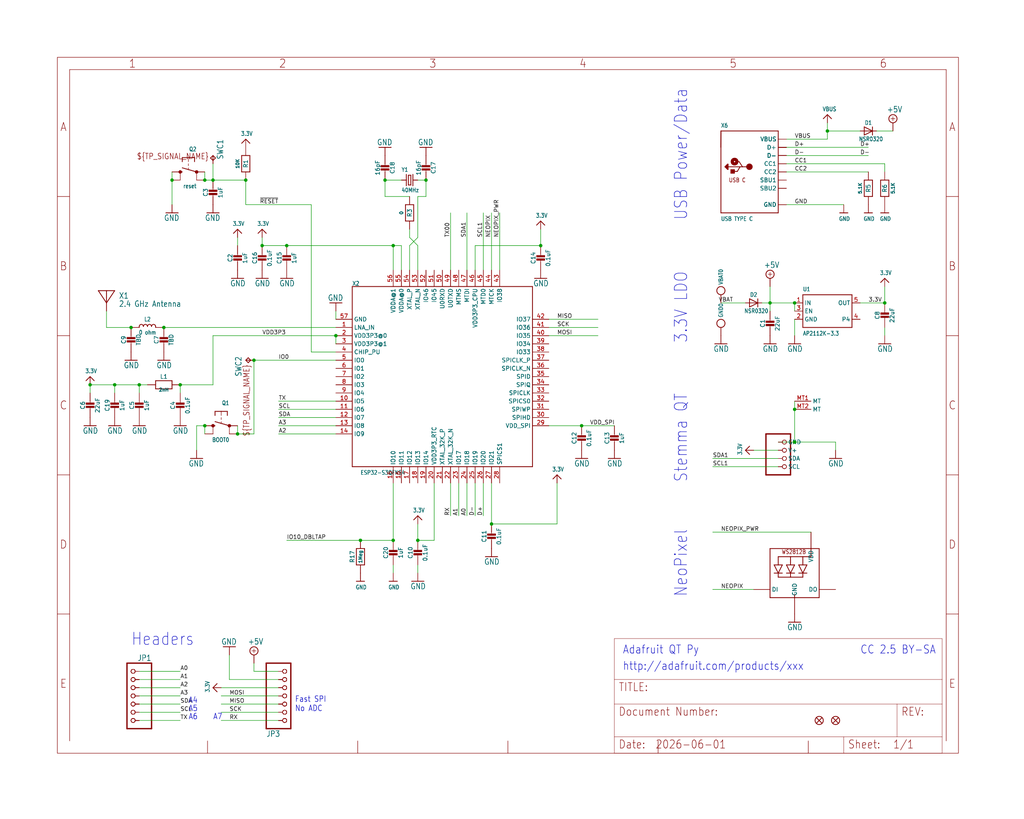
<source format=kicad_sch>
(kicad_sch (version 20230121) (generator eeschema)
  (paper "User" 317.5 254.127)
  (lib_symbols
    (symbol "working-eagle-import:+5V" (power)
      (property "Value" "+5V" (at -1.905 3.175 0))
      (symbol "+5V_1_0"
        (pin power_in line (at 0 -2.54 90) (length 2.54) (name "+5V") (number "1"))
      )
    )
    (symbol "working-eagle-import:3.3V" (power)
      (property "Value" "3.3V" (at -1.524 1.016 0))
      (symbol "3.3V_1_0"
        (pin power_in line (at 0 -2.54 90) (length 2.54) (name "3.3V") (number "1"))
      )
    )
    (symbol "working-eagle-import:ANTENNA_JOHANSON_2450AT18B100"
      (property "Reference" "X" (at 3.81 1.27 0))
      (symbol "ANTENNA_JOHANSON_2450AT18B100_1_0"
        (pin passive line (at 0 -2.54 90) (length 2.54) (name "P$1") (number "FP"))
      )
    )
    (symbol "working-eagle-import:CAP_CERAMIC0805-NOOUTLINE"
      (property "Reference" "C" (at -2.29 1.25 90))
      (symbol "CAP_CERAMIC0805-NOOUTLINE_1_0"
        (pin passive line (at 0 5.08 270) (length 2.54) (name "1") (number "1"))
        (pin passive line (at 0 -2.54 90) (length 2.54) (name "2") (number "2"))
      )
    )
    (symbol "working-eagle-import:CAP_CERAMIC_0402NO"
      (property "Reference" "C" (at -2.29 1.25 90))
      (symbol "CAP_CERAMIC_0402NO_1_0"
        (pin passive line (at 0 5.08 270) (length 2.54) (name "1") (number "1"))
        (pin passive line (at 0 -2.54 90) (length 2.54) (name "2") (number "2"))
      )
    )
    (symbol "working-eagle-import:CRYSTAL_2X1.6MM"
      (property "Reference" "Y" (at -2.54 2.54 0))
      (symbol "CRYSTAL_2X1.6MM_1_0"
        (pin passive line (at -2.54 0 0) (length 0) (name "1") (number "1"))
        (pin passive line (at 2.54 0 180) (length 0) (name "2") (number "3"))
      )
    )
    (symbol "working-eagle-import:DIODE_SOD323MINI"
      (property "Reference" "D" (at 0 2.54 0))
      (symbol "DIODE_SOD323MINI_1_0"
        (pin passive line (at -2.54 0 0) (length 2.54) (name "A") (number "A"))
        (pin passive line (at 2.54 0 180) (length 2.54) (name "C") (number "C"))
      )
    )
    (symbol "working-eagle-import:ESP32-S3QFN54"
      (property "Reference" "X" (at -27.94 28.194 0))
      (symbol "ESP32-S3QFN54_1_0"
        (pin bidirectional line (at -33.02 15.24 0) (length 5.08) (name "LNA_IN") (number "1"))
        (pin bidirectional line (at -33.02 -7.62 0) (length 5.08) (name "IO5") (number "10"))
        (pin bidirectional line (at -33.02 -10.16 0) (length 5.08) (name "IO6") (number "11"))
        (pin bidirectional line (at -33.02 -12.7 0) (length 5.08) (name "IO7") (number "12"))
        (pin bidirectional line (at -33.02 -15.24 0) (length 5.08) (name "IO8") (number "13"))
        (pin bidirectional line (at -33.02 -17.78 0) (length 5.08) (name "IO9") (number "14"))
        (pin bidirectional line (at -15.24 -33.02 90) (length 5.08) (name "IO10") (number "15"))
        (pin bidirectional line (at -12.7 -33.02 90) (length 5.08) (name "IO11") (number "16"))
        (pin bidirectional line (at -10.16 -33.02 90) (length 5.08) (name "IO12") (number "17"))
        (pin bidirectional line (at -7.62 -33.02 90) (length 5.08) (name "IO13") (number "18"))
        (pin bidirectional line (at -5.08 -33.02 90) (length 5.08) (name "IO14") (number "19"))
        (pin power_in line (at -33.02 12.7 0) (length 5.08) (name "VDD3P3@0") (number "2"))
        (pin power_in line (at -2.54 -33.02 90) (length 5.08) (name "VDD3P3_RTC") (number "20"))
        (pin bidirectional line (at 0 -33.02 90) (length 5.08) (name "XTAL_32K_P") (number "21"))
        (pin bidirectional line (at 2.54 -33.02 90) (length 5.08) (name "XTAL_32K_N") (number "22"))
        (pin bidirectional line (at 5.08 -33.02 90) (length 5.08) (name "IO17") (number "23"))
        (pin bidirectional line (at 7.62 -33.02 90) (length 5.08) (name "IO18") (number "24"))
        (pin bidirectional line (at 10.16 -33.02 90) (length 5.08) (name "IO19") (number "25"))
        (pin bidirectional line (at 12.7 -33.02 90) (length 5.08) (name "IO20") (number "26"))
        (pin bidirectional line (at 15.24 -33.02 90) (length 5.08) (name "IO21") (number "27"))
        (pin bidirectional line (at 17.78 -33.02 90) (length 5.08) (name "SPICS1") (number "28"))
        (pin power_in line (at 33.02 -15.24 180) (length 5.08) (name "VDD_SPI") (number "29"))
        (pin power_in line (at -33.02 10.16 0) (length 5.08) (name "VDD3P3@1") (number "3"))
        (pin bidirectional line (at 33.02 -12.7 180) (length 5.08) (name "SPIHD") (number "30"))
        (pin bidirectional line (at 33.02 -10.16 180) (length 5.08) (name "SPIWP") (number "31"))
        (pin bidirectional line (at 33.02 -7.62 180) (length 5.08) (name "SPICS0") (number "32"))
        (pin bidirectional line (at 33.02 -5.08 180) (length 5.08) (name "SPICLK") (number "33"))
        (pin bidirectional line (at 33.02 -2.54 180) (length 5.08) (name "SPIQ") (number "34"))
        (pin bidirectional line (at 33.02 0 180) (length 5.08) (name "SPID") (number "35"))
        (pin bidirectional line (at 33.02 2.54 180) (length 5.08) (name "SPICLK_N") (number "36"))
        (pin bidirectional line (at 33.02 5.08 180) (length 5.08) (name "SPICLK_P") (number "37"))
        (pin bidirectional line (at 33.02 7.62 180) (length 5.08) (name "IO33") (number "38"))
        (pin bidirectional line (at 33.02 10.16 180) (length 5.08) (name "IO34") (number "39"))
        (pin input line (at -33.02 7.62 0) (length 5.08) (name "CHIP_PU") (number "4"))
        (pin bidirectional line (at 33.02 12.7 180) (length 5.08) (name "IO35") (number "40"))
        (pin bidirectional line (at 33.02 15.24 180) (length 5.08) (name "IO36") (number "41"))
        (pin bidirectional line (at 33.02 17.78 180) (length 5.08) (name "IO37") (number "42"))
        (pin bidirectional line (at 17.78 33.02 270) (length 5.08) (name "IO38") (number "43"))
        (pin bidirectional line (at 15.24 33.02 270) (length 5.08) (name "MTCK") (number "44"))
        (pin bidirectional line (at 12.7 33.02 270) (length 5.08) (name "MTD0") (number "45"))
        (pin power_in line (at 10.16 33.02 270) (length 5.08) (name "VDD3P3_CPU") (number "46"))
        (pin bidirectional line (at 7.62 33.02 270) (length 5.08) (name "MTDI") (number "47"))
        (pin bidirectional line (at 5.08 33.02 270) (length 5.08) (name "MTMS") (number "48"))
        (pin bidirectional line (at 2.54 33.02 270) (length 5.08) (name "U0TXD") (number "49"))
        (pin bidirectional line (at -33.02 5.08 0) (length 5.08) (name "IO0") (number "5"))
        (pin bidirectional line (at 0 33.02 270) (length 5.08) (name "U0RXD") (number "50"))
        (pin bidirectional line (at -2.54 33.02 270) (length 5.08) (name "IO45") (number "51"))
        (pin input line (at -5.08 33.02 270) (length 5.08) (name "IO46") (number "52"))
        (pin bidirectional line (at -7.62 33.02 270) (length 5.08) (name "XTAL_N") (number "53"))
        (pin bidirectional line (at -10.16 33.02 270) (length 5.08) (name "XTAL_P") (number "54"))
        (pin power_in line (at -12.7 33.02 270) (length 5.08) (name "VDDA@0") (number "55"))
        (pin power_in line (at -15.24 33.02 270) (length 5.08) (name "VDDA@1") (number "56"))
        (pin power_in line (at -33.02 17.78 0) (length 5.08) (name "GND") (number "57"))
        (pin bidirectional line (at -33.02 2.54 0) (length 5.08) (name "IO1") (number "6"))
        (pin bidirectional line (at -33.02 0 0) (length 5.08) (name "IO2") (number "7"))
        (pin bidirectional line (at -33.02 -2.54 0) (length 5.08) (name "IO3") (number "8"))
        (pin bidirectional line (at -33.02 -5.08 0) (length 5.08) (name "IO4") (number "9"))
      )
    )
    (symbol "working-eagle-import:FIDUCIAL_1MM")
    (symbol "working-eagle-import:FRAME_A_L"
      (symbol "FRAME_A_L_1_0"
        (text "1" (at 23.2833 213.995 0) (effects (font (size 2.54 2.286))))
        (text "2" (at 69.85 213.995 0) (effects (font (size 2.54 2.286))))
        (text "3" (at 116.4167 213.995 0) (effects (font (size 2.54 2.286))))
        (text "4" (at 162.9833 213.995 0) (effects (font (size 2.54 2.286))))
        (text "5" (at 209.55 213.995 0) (effects (font (size 2.54 2.286))))
        (text "6" (at 256.1167 213.995 0) (effects (font (size 2.54 2.286))))
        (text "A" (at 1.905 194.31 0) (effects (font (size 2.54 2.286))))
        (text "A" (at 277.495 194.31 0) (effects (font (size 2.54 2.286))))
        (text "B" (at 1.905 151.13 0) (effects (font (size 2.54 2.286))))
        (text "B" (at 277.495 151.13 0) (effects (font (size 2.54 2.286))))
        (text "C" (at 1.905 107.95 0) (effects (font (size 2.54 2.286))))
        (text "C" (at 277.495 107.95 0) (effects (font (size 2.54 2.286))))
        (text "D" (at 1.905 64.77 0) (effects (font (size 2.54 2.286))))
        (text "D" (at 277.495 64.77 0) (effects (font (size 2.54 2.286))))
        (text "E" (at 1.905 21.59 0) (effects (font (size 2.54 2.286))))
        (text "E" (at 277.495 21.59 0) (effects (font (size 2.54 2.286))))
      )
      (symbol "FRAME_A_L_2_0"
        (text "${#}/${##}" (at 86.36 1.27 0) (effects (font (size 2.54 2.159)) (justify left bottom)))
        (text "${CURRENT_DATE}" (at 12.7 1.27 0) (effects (font (size 2.54 2.159)) (justify left bottom)))
        (text "${PROJECTNAME}" (at 17.78 19.05 0) (effects (font (size 2.54 2.159)) (justify left bottom)))
        (text "Date:" (at 1.27 1.27 0) (effects (font (size 2.54 2.159)) (justify left bottom)))
        (text "Document Number:" (at 1.27 11.43 0) (effects (font (size 2.54 2.159)) (justify left bottom)))
        (text "REV:" (at 88.9 11.43 0) (effects (font (size 2.54 2.159)) (justify left bottom)))
        (text "Sheet:" (at 72.39 1.27 0) (effects (font (size 2.54 2.159)) (justify left bottom)))
        (text "TITLE:" (at 1.27 19.05 0) (effects (font (size 2.54 2.159)) (justify left bottom)))
      )
    )
    (symbol "working-eagle-import:GND" (power)
      (property "Value" "GND" (at -2.54 -2.54 0))
      (symbol "GND_1_0"
        (pin power_in line (at 0 2.54 270) (length 2.54) (name "GND") (number "1"))
      )
    )
    (symbol "working-eagle-import:HEADER-1X7_CASTEL"
      (property "Reference" "JP" (at -6.35 10.795 0))
      (symbol "HEADER-1X7_CASTEL_1_0"
        (pin passive inverted (at -2.54 7.62 0) (length 2.54) (name "1") (number "1"))
        (pin passive inverted (at -2.54 7.62 0) (length 2.54) (name "1") (number "1C"))
        (pin passive inverted (at -2.54 5.08 0) (length 2.54) (name "2") (number "2"))
        (pin passive inverted (at -2.54 5.08 0) (length 2.54) (name "2") (number "2C"))
        (pin passive inverted (at -2.54 2.54 0) (length 2.54) (name "3") (number "3"))
        (pin passive inverted (at -2.54 2.54 0) (length 2.54) (name "3") (number "3C"))
        (pin passive inverted (at -2.54 0 0) (length 2.54) (name "4") (number "4"))
        (pin passive inverted (at -2.54 0 0) (length 2.54) (name "4") (number "4C"))
        (pin passive inverted (at -2.54 -2.54 0) (length 2.54) (name "5") (number "5"))
        (pin passive inverted (at -2.54 -2.54 0) (length 2.54) (name "5") (number "5C"))
        (pin passive inverted (at -2.54 -5.08 0) (length 2.54) (name "6") (number "6"))
        (pin passive inverted (at -2.54 -5.08 0) (length 2.54) (name "6") (number "6C"))
        (pin passive inverted (at -2.54 -7.62 0) (length 2.54) (name "7") (number "7"))
        (pin passive inverted (at -2.54 -7.62 0) (length 2.54) (name "7") (number "7C"))
      )
    )
    (symbol "working-eagle-import:INDUCTOR_0402"
      (property "Reference" "L" (at 0 2.54 0))
      (symbol "INDUCTOR_0402_1_0"
        (pin passive line (at -5.08 0 0) (length 2.54) (name "1") (number "1"))
        (pin passive line (at 5.08 0 180) (length 2.54) (name "2") (number "2"))
      )
    )
    (symbol "working-eagle-import:RESISTOR_0402NO"
      (property "Reference" "R" (at 0 2.54 0))
      (symbol "RESISTOR_0402NO_1_0"
        (pin passive line (at -5.08 0 0) (length 2.54) (name "1") (number "1"))
        (pin passive line (at 5.08 0 180) (length 2.54) (name "2") (number "2"))
      )
    )
    (symbol "working-eagle-import:STEMMA_I2C_QTSKINNY"
      (symbol "STEMMA_I2C_QTSKINNY_1_0"
        (pin passive inverted (at 0 5.08 0) (length 2.54) (name "GND") (number "1"))
        (pin passive inverted (at 0 2.54 0) (length 2.54) (name "V+") (number "2"))
        (pin passive inverted (at 0 0 0) (length 2.54) (name "SDA") (number "3"))
        (pin passive inverted (at 0 -2.54 0) (length 2.54) (name "SCL") (number "4"))
      )
      (symbol "STEMMA_I2C_QTSKINNY_2_0"
        (pin bidirectional line (at 0 0 0) (length 5.08) (name "MT") (number "MT1"))
      )
      (symbol "STEMMA_I2C_QTSKINNY_3_0"
        (pin bidirectional line (at 0 0 0) (length 5.08) (name "MT") (number "MT2"))
      )
    )
    (symbol "working-eagle-import:SWITCH_TACT_SMT4.6X2.8"
      (property "Reference" "SW" (at -2.54 6.35 0))
      (symbol "SWITCH_TACT_SMT4.6X2.8_1_0"
        (pin passive line (at -5.08 0 0) (length 2.54) (name "P") (number "A"))
        (pin passive line (at -5.08 -2.54 0) (length 2.54) (name "P1") (number "A'"))
        (pin passive line (at 5.08 0 180) (length 2.54) (name "S") (number "B"))
        (pin passive line (at 5.08 -2.54 180) (length 2.54) (name "S1") (number "B'"))
      )
    )
    (symbol "working-eagle-import:TESTPOINT_MINUS"
      (property "Reference" "TP" (at 0 5.588 90))
      (symbol "TESTPOINT_MINUS_1_0"
        (pin bidirectional line (at 0 0 90) (length 2.54) (name "P$1") (number "P$1"))
      )
    )
    (symbol "working-eagle-import:TESTPOINT_PLUS13"
      (property "Reference" "TP" (at 0 5.588 90))
      (symbol "TESTPOINT_PLUS13_1_0"
        (pin bidirectional line (at 0 0 90) (length 2.54) (name "P$1") (number "P$1"))
      )
    )
    (symbol "working-eagle-import:TPB1,27"
      (property "Reference" "TP" (at -1.27 1.27 0))
      (symbol "TPB1,27_1_0"
        (text "${TP_SIGNAL_NAME}" (at 1.27 -1.27 0) (effects (font (size 1.778 1.5113)) (justify left bottom)))
        (pin input line (at 0 -2.54 90) (length 2.54) (name "TP") (number "TP"))
      )
    )
    (symbol "working-eagle-import:USB_C"
      (property "Reference" "X" (at -10.16 13.716 0))
      (symbol "USB_C_1_0"
        (text "USB C" (at -5.08 -2.54 0) (effects (font (size 1.27 1.0795))))
        (pin power_in line (at 10.16 -10.16 180) (length 2.54) (name "GND") (number "A1B12"))
        (pin power_in line (at 10.16 10.16 180) (length 2.54) (name "VBUS") (number "A4B9"))
        (pin bidirectional line (at 10.16 2.54 180) (length 2.54) (name "CC1") (number "A5"))
        (pin bidirectional line (at 10.16 7.62 180) (length 2.54) (name "D+") (number "A6"))
        (pin bidirectional line (at 10.16 5.08 180) (length 2.54) (name "D-") (number "A7"))
        (pin bidirectional line (at 10.16 -2.54 180) (length 2.54) (name "SBU1") (number "A8"))
        (pin power_in line (at 10.16 -10.16 180) (length 2.54) (name "GND") (number "B1A12"))
        (pin power_in line (at 10.16 10.16 180) (length 2.54) (name "VBUS") (number "B4A9"))
        (pin bidirectional line (at 10.16 0 180) (length 2.54) (name "CC2") (number "B5"))
        (pin bidirectional line (at 10.16 7.62 180) (length 2.54) (name "D+") (number "B6"))
        (pin bidirectional line (at 10.16 5.08 180) (length 2.54) (name "D-") (number "B7"))
        (pin bidirectional line (at 10.16 -5.08 180) (length 2.54) (name "SBU2") (number "B8"))
      )
    )
    (symbol "working-eagle-import:VBUS" (power)
      (property "Value" "VBUS" (at -1.524 1.016 0))
      (symbol "VBUS_1_0"
        (pin power_in line (at 0 -2.54 90) (length 2.54) (name "VBUS") (number "1"))
      )
    )
    (symbol "working-eagle-import:VREG_SOT23-5"
      (property "Reference" "U" (at -7.62 6.096 0))
      (symbol "VREG_SOT23-5_1_0"
        (pin power_in line (at -10.16 2.54 0) (length 2.54) (name "IN") (number "1"))
        (pin power_in line (at -10.16 -2.54 0) (length 2.54) (name "GND") (number "2"))
        (pin input line (at -10.16 0 0) (length 2.54) (name "EN") (number "3"))
        (pin bidirectional line (at 10.16 -2.54 180) (length 2.54) (name "P4") (number "4"))
        (pin power_in line (at 10.16 2.54 180) (length 2.54) (name "OUT") (number "5"))
      )
    )
    (symbol "working-eagle-import:WS2812B_SK6805_1515"
      (symbol "WS2812B_SK6805_1515_1_0"
        (text "WS2812B" (at -4.064 8.382 0) (effects (font (size 1.27 1.0795)) (justify left bottom)))
        (pin input line (at -12.7 -2.54 0) (length 5.08) (name "DI") (number "1"))
        (pin power_in line (at 5.08 15.24 270) (length 5.08) (name "VDD") (number "2"))
        (pin output line (at 12.7 -2.54 180) (length 5.08) (name "DO") (number "3"))
        (pin power_in line (at 0 -10.16 90) (length 5.08) (name "GND") (number "4"))
      )
    )
    (symbol "working-eagle-import:microbuilder_GND" (power)
      (property "Value" "microbuilder_GND" (at -1.524 -2.54 0))
      (symbol "microbuilder_GND_1_0"
        (pin power_in line (at 0 2.54 270) (length 2.54) (name "GND") (number "1"))
      )
    )
  )
  (junction (at 66.04 55.88))
  (junction (at 104.14 104.14))
  (junction (at 119.38 55.88))
  (junction (at 27.94 119.38))
  (junction (at 53.34 55.88))
  (junction (at 167.64 76.2))
  (junction (at 121.92 76.2))
  (junction (at 35.56 119.38))
  (junction (at 246.38 137.16))
  (junction (at 63.5 55.88))
  (junction (at 256.54 40.64))
  (junction (at 274.32 93.98))
  (junction (at 132.08 55.88))
  (junction (at 152.4 162.56))
  (junction (at 78.74 111.76))
  (junction (at 40.64 101.6))
  (junction (at 129.54 167.64))
  (junction (at 50.8 101.6))
  (junction (at 246.38 127))
  (junction (at 81.28 76.2))
  (junction (at 180.34 132.08))
  (junction (at 63.5 132.08))
  (junction (at 111.76 167.64))
  (junction (at 43.18 119.38))
  (junction (at 121.92 167.64))
  (junction (at 246.38 93.98))
  (junction (at 88.9 76.2))
  (junction (at 76.2 55.88))
  (junction (at 73.66 134.62))
  (junction (at 238.76 93.98))
  (junction (at 55.88 119.38))
  (wire (pts (xy 55.88 119.38) (xy 55.88 121.92)) (stroke (width 0.1524)))
  (wire (pts (xy 66.04 119.38) (xy 55.88 119.38)) (stroke (width 0.1524)))
  (wire (pts (xy 256.54 40.64) (xy 266.7 40.64)) (stroke (width 0.1524)))
  (wire (pts (xy 121.92 83.82) (xy 121.92 76.2)) (stroke (width 0.1524)))
  (wire (pts (xy 170.18 104.14) (xy 185.42 104.14)) (stroke (width 0.1524)))
  (wire (pts (xy 86.36 129.54) (xy 104.14 129.54)) (stroke (width 0.1524)))
  (wire (pts (xy 274.32 104.14) (xy 274.32 101.6)) (stroke (width 0.1524)))
  (wire (pts (xy 60.96 139.7) (xy 60.96 132.08)) (stroke (width 0.1524)))
  (wire (pts (xy 66.04 104.14) (xy 66.04 119.38)) (stroke (width 0.1524)))
  (wire (pts (xy 238.76 96.52) (xy 238.76 93.98)) (stroke (width 0.1524)))
  (wire (pts (xy 152.4 149.86) (xy 152.4 162.56)) (stroke (width 0.1524)))
  (wire (pts (xy 246.38 127) (xy 246.38 137.16)) (stroke (width 0.1524)))
  (wire (pts (xy 53.34 53.34) (xy 53.34 55.88)) (stroke (width 0.1524)))
  (wire (pts (xy 66.04 104.14) (xy 104.14 104.14)) (stroke (width 0.1524)))
  (wire (pts (xy 35.56 121.92) (xy 35.56 119.38)) (stroke (width 0.1524)))
  (wire (pts (xy 241.3 139.7) (xy 233.68 139.7)) (stroke (width 0.1524)))
  (wire (pts (xy 144.78 160.02) (xy 144.78 149.86)) (stroke (width 0.1524)))
  (wire (pts (xy 246.38 99.06) (xy 246.38 104.14)) (stroke (width 0.1524)))
  (wire (pts (xy 66.04 55.88) (xy 76.2 55.88)) (stroke (width 0.1524)))
  (wire (pts (xy 63.5 55.88) (xy 66.04 55.88)) (stroke (width 0.1524)))
  (wire (pts (xy 53.34 63.5) (xy 53.34 55.88)) (stroke (width 0.1524)))
  (wire (pts (xy 96.52 109.22) (xy 96.52 63.5)) (stroke (width 0.1524)))
  (wire (pts (xy 86.36 132.08) (xy 104.14 132.08)) (stroke (width 0.1524)))
  (wire (pts (xy 33.02 101.6) (xy 33.02 96.52)) (stroke (width 0.1524)))
  (wire (pts (xy 76.2 63.5) (xy 96.52 63.5)) (stroke (width 0.1524)))
  (wire (pts (xy 43.18 210.82) (xy 55.88 210.82)) (stroke (width 0.1524)))
  (wire (pts (xy 241.3 137.16) (xy 246.38 137.16)) (stroke (width 0.1524)))
  (wire (pts (xy 256.54 40.64) (xy 256.54 43.18)) (stroke (width 0.1524)))
  (wire (pts (xy 129.54 76.2) (xy 129.54 83.82)) (stroke (width 0.1524)))
  (wire (pts (xy 256.54 38.1) (xy 256.54 40.64)) (stroke (width 0.1524)))
  (wire (pts (xy 27.94 121.92) (xy 27.94 119.38)) (stroke (width 0.1524)))
  (wire (pts (xy 88.9 76.2) (xy 121.92 76.2)) (stroke (width 0.1524)))
  (wire (pts (xy 129.54 60.96) (xy 129.54 73.66)) (stroke (width 0.1524)))
  (wire (pts (xy 152.4 162.56) (xy 172.72 162.56)) (stroke (width 0.1524)))
  (wire (pts (xy 76.2 55.88) (xy 76.2 63.5)) (stroke (width 0.1524)))
  (wire (pts (xy 63.5 55.88) (xy 63.5 53.34)) (stroke (width 0.1524)))
  (wire (pts (xy 111.76 167.64) (xy 88.9 167.64)) (stroke (width 0.1524)))
  (wire (pts (xy 134.62 167.64) (xy 134.62 149.86)) (stroke (width 0.1524)))
  (wire (pts (xy 81.28 76.2) (xy 88.9 76.2)) (stroke (width 0.1524)))
  (wire (pts (xy 66.04 50.8) (xy 66.04 55.88)) (stroke (width 0.1524)))
  (wire (pts (xy 86.36 220.98) (xy 68.58 220.98)) (stroke (width 0.1524)))
  (wire (pts (xy 35.56 119.38) (xy 27.94 119.38)) (stroke (width 0.1524)))
  (wire (pts (xy 127 60.96) (xy 119.38 60.96)) (stroke (width 0.1524)))
  (wire (pts (xy 86.36 213.36) (xy 68.58 213.36)) (stroke (width 0.1524)))
  (wire (pts (xy 144.78 83.82) (xy 144.78 66.04)) (stroke (width 0.1524)))
  (wire (pts (xy 55.88 218.44) (xy 43.18 218.44)) (stroke (width 0.1524)))
  (wire (pts (xy 45.72 119.38) (xy 43.18 119.38)) (stroke (width 0.1524)))
  (wire (pts (xy 223.52 93.98) (xy 231.14 93.98)) (stroke (width 0.1524)))
  (wire (pts (xy 78.74 134.62) (xy 78.74 111.76)) (stroke (width 0.1524)))
  (wire (pts (xy 274.32 88.9) (xy 274.32 93.98)) (stroke (width 0.1524)))
  (wire (pts (xy 86.36 210.82) (xy 71.12 210.82)) (stroke (width 0.1524)))
  (wire (pts (xy 139.7 149.86) (xy 139.7 160.02)) (stroke (width 0.1524)))
  (wire (pts (xy 86.36 134.62) (xy 104.14 134.62)) (stroke (width 0.1524)))
  (wire (pts (xy 243.84 45.72) (xy 269.24 45.72)) (stroke (width 0.1524)))
  (wire (pts (xy 241.3 144.78) (xy 220.98 144.78)) (stroke (width 0.1524)))
  (wire (pts (xy 147.32 76.2) (xy 167.64 76.2)) (stroke (width 0.1524)))
  (wire (pts (xy 233.68 182.88) (xy 220.98 182.88)) (stroke (width 0.1524)))
  (wire (pts (xy 124.46 55.88) (xy 119.38 55.88)) (stroke (width 0.1524)))
  (wire (pts (xy 50.8 101.6) (xy 104.14 101.6)) (stroke (width 0.1524)))
  (wire (pts (xy 261.62 63.5) (xy 243.84 63.5)) (stroke (width 0.1524)))
  (wire (pts (xy 127 73.66) (xy 129.54 76.2)) (stroke (width 0.1524)))
  (wire (pts (xy 121.92 149.86) (xy 121.92 167.64)) (stroke (width 0.1524)))
  (wire (pts (xy 55.88 213.36) (xy 43.18 213.36)) (stroke (width 0.1524)))
  (wire (pts (xy 55.88 208.28) (xy 43.18 208.28)) (stroke (width 0.1524)))
  (wire (pts (xy 111.76 167.64) (xy 121.92 167.64)) (stroke (width 0.1524)))
  (wire (pts (xy 129.54 73.66) (xy 127 76.2)) (stroke (width 0.1524)))
  (wire (pts (xy 104.14 109.22) (xy 96.52 109.22)) (stroke (width 0.1524)))
  (wire (pts (xy 121.92 76.2) (xy 124.46 76.2)) (stroke (width 0.1524)))
  (wire (pts (xy 127 71.12) (xy 127 73.66)) (stroke (width 0.1524)))
  (wire (pts (xy 71.12 210.82) (xy 71.12 203.2)) (stroke (width 0.1524)))
  (wire (pts (xy 243.84 50.8) (xy 274.32 50.8)) (stroke (width 0.1524)))
  (wire (pts (xy 73.66 73.66) (xy 73.66 76.2)) (stroke (width 0.1524)))
  (wire (pts (xy 81.28 73.66) (xy 81.28 76.2)) (stroke (width 0.1524)))
  (wire (pts (xy 132.08 60.96) (xy 132.08 55.88)) (stroke (width 0.1524)))
  (wire (pts (xy 121.92 177.8) (xy 121.92 175.26)) (stroke (width 0.1524)))
  (wire (pts (xy 139.7 83.82) (xy 139.7 66.04)) (stroke (width 0.1524)))
  (wire (pts (xy 119.38 60.96) (xy 119.38 55.88)) (stroke (width 0.1524)))
  (wire (pts (xy 238.76 93.98) (xy 246.38 93.98)) (stroke (width 0.1524)))
  (wire (pts (xy 73.66 132.08) (xy 73.66 134.62)) (stroke (width 0.1524)))
  (wire (pts (xy 86.36 223.52) (xy 68.58 223.52)) (stroke (width 0.1524)))
  (wire (pts (xy 147.32 160.02) (xy 147.32 149.86)) (stroke (width 0.1524)))
  (wire (pts (xy 271.78 40.64) (xy 276.86 40.64)) (stroke (width 0.1524)))
  (wire (pts (xy 43.18 223.52) (xy 55.88 223.52)) (stroke (width 0.1524)))
  (wire (pts (xy 170.18 132.08) (xy 180.34 132.08)) (stroke (width 0.1524)))
  (wire (pts (xy 241.3 142.24) (xy 220.98 142.24)) (stroke (width 0.1524)))
  (wire (pts (xy 236.22 93.98) (xy 238.76 93.98)) (stroke (width 0.1524)))
  (wire (pts (xy 127 76.2) (xy 127 83.82)) (stroke (width 0.1524)))
  (wire (pts (xy 142.24 160.02) (xy 142.24 149.86)) (stroke (width 0.1524)))
  (wire (pts (xy 129.54 167.64) (xy 134.62 167.64)) (stroke (width 0.1524)))
  (wire (pts (xy 129.54 177.8) (xy 129.54 175.26)) (stroke (width 0.1524)))
  (wire (pts (xy 246.38 137.16) (xy 259.08 137.16)) (stroke (width 0.1524)))
  (wire (pts (xy 78.74 208.28) (xy 78.74 205.74)) (stroke (width 0.1524)))
  (wire (pts (xy 266.7 93.98) (xy 274.32 93.98)) (stroke (width 0.1524)))
  (wire (pts (xy 63.5 134.62) (xy 63.5 132.08)) (stroke (width 0.1524)))
  (wire (pts (xy 246.38 96.52) (xy 246.38 93.98)) (stroke (width 0.1524)))
  (wire (pts (xy 86.36 127) (xy 104.14 127)) (stroke (width 0.1524)))
  (wire (pts (xy 86.36 124.46) (xy 104.14 124.46)) (stroke (width 0.1524)))
  (wire (pts (xy 43.18 121.92) (xy 43.18 119.38)) (stroke (width 0.1524)))
  (wire (pts (xy 251.46 165.1) (xy 220.98 165.1)) (stroke (width 0.1524)))
  (wire (pts (xy 147.32 83.82) (xy 147.32 76.2)) (stroke (width 0.1524)))
  (wire (pts (xy 86.36 208.28) (xy 78.74 208.28)) (stroke (width 0.1524)))
  (wire (pts (xy 129.54 162.56) (xy 129.54 167.64)) (stroke (width 0.1524)))
  (wire (pts (xy 43.18 220.98) (xy 55.88 220.98)) (stroke (width 0.1524)))
  (wire (pts (xy 40.64 101.6) (xy 33.02 101.6)) (stroke (width 0.1524)))
  (wire (pts (xy 60.96 132.08) (xy 63.5 132.08)) (stroke (width 0.1524)))
  (wire (pts (xy 86.36 218.44) (xy 68.58 218.44)) (stroke (width 0.1524)))
  (wire (pts (xy 129.54 60.96) (xy 132.08 60.96)) (stroke (width 0.1524)))
  (wire (pts (xy 152.4 83.82) (xy 152.4 66.04)) (stroke (width 0.1524)))
  (wire (pts (xy 86.36 215.9) (xy 68.58 215.9)) (stroke (width 0.1524)))
  (wire (pts (xy 104.14 111.76) (xy 78.74 111.76)) (stroke (width 0.1524)))
  (wire (pts (xy 132.08 55.88) (xy 129.54 55.88)) (stroke (width 0.1524)))
  (wire (pts (xy 180.34 132.08) (xy 190.5 132.08)) (stroke (width 0.1524)))
  (wire (pts (xy 274.32 50.8) (xy 274.32 53.34)) (stroke (width 0.1524)))
  (wire (pts (xy 154.94 83.82) (xy 154.94 66.04)) (stroke (width 0.1524)))
  (wire (pts (xy 256.54 43.18) (xy 243.84 43.18)) (stroke (width 0.1524)))
  (wire (pts (xy 246.38 124.46) (xy 246.38 127)) (stroke (width 0.1524)))
  (wire (pts (xy 172.72 162.56) (xy 172.72 149.86)) (stroke (width 0.1524)))
  (wire (pts (xy 43.18 119.38) (xy 35.56 119.38)) (stroke (width 0.1524)))
  (wire (pts (xy 167.64 76.2) (xy 167.64 71.12)) (stroke (width 0.1524)))
  (wire (pts (xy 170.18 101.6) (xy 185.42 101.6)) (stroke (width 0.1524)))
  (wire (pts (xy 104.14 104.14) (xy 104.14 106.68)) (stroke (width 0.1524)))
  (wire (pts (xy 259.08 137.16) (xy 259.08 139.7)) (stroke (width 0.1524)))
  (wire (pts (xy 170.18 99.06) (xy 185.42 99.06)) (stroke (width 0.1524)))
  (wire (pts (xy 243.84 48.26) (xy 269.24 48.26)) (stroke (width 0.1524)))
  (wire (pts (xy 104.14 99.06) (xy 104.14 96.52)) (stroke (width 0.1524)))
  (wire (pts (xy 149.86 160.02) (xy 149.86 149.86)) (stroke (width 0.1524)))
  (wire (pts (xy 124.46 76.2) (xy 124.46 83.82)) (stroke (width 0.1524)))
  (wire (pts (xy 73.66 134.62) (xy 78.74 134.62)) (stroke (width 0.1524)))
  (wire (pts (xy 43.18 215.9) (xy 55.88 215.9)) (stroke (width 0.1524)))
  (wire (pts (xy 238.76 88.9) (xy 238.76 93.98)) (stroke (width 0.1524)))
  (wire (pts (xy 243.84 53.34) (xy 269.24 53.34)) (stroke (width 0.1524)))
  (wire (pts (xy 149.86 66.04) (xy 149.86 83.82)) (stroke (width 0.1524)))
  (text "3.3V LDO" (at 213.36 106.68 90) (effects (font (size 3.81 3.2385)) (justify left bottom)))
  (text "A7" (at 66.04 223.52 0) (effects (font (size 1.778 1.5113)) (justify left bottom)))
  (text "A4" (at 58.42 218.44 0) (effects (font (size 1.778 1.5113)) (justify left bottom)))
  (text "Headers" (at 40.64 200.66 0) (effects (font (size 3.81 3.2385)) (justify left bottom)))
  (text "USB Power/Data" (at 213.36 68.58 90) (effects (font (size 3.81 3.2385)) (justify left bottom)))
  (text "A6" (at 58.42 223.52 0) (effects (font (size 1.778 1.5113)) (justify left bottom)))
  (text "Stemma QT" (at 213.36 149.86 90) (effects (font (size 3.81 3.2385)) (justify left bottom)))
  (text "A5" (at 58.42 220.98 0) (effects (font (size 1.778 1.5113)) (justify left bottom)))
  (text "http://adafruit.com/products/xxx" (at 193.04 208.28 0) (effects (font (size 2.54 2.159)) (justify left bottom)))
  (text "NeoPixel" (at 213.36 185.42 90) (effects (font (size 3.81 3.2385)) (justify left bottom)))
  (text "CC 2.5 BY-SA" (at 266.7 203.2 0) (effects (font (size 2.54 2.159)) (justify left bottom)))
  (text "Adafruit QT Py" (at 193.04 203.2 0) (effects (font (size 2.54 2.159)) (justify left bottom)))
  (text "Fast SPI\nNo ADC" (at 91.44 220.98 0) (effects (font (size 1.778 1.5113)) (justify left bottom)))
  (label "MISO" (at 71.12 218.44 0) (effects (font (size 1.2446 1.2446))))
  (label "SDA1" (at 144.78 73.66 90) (effects (font (size 1.2446 1.2446))))
  (label "VBAT" (at 227.33 93.98 180) (effects (font (size 1.2446 1.2446))))
  (label "TX00" (at 139.7 73.66 90) (effects (font (size 1.2446 1.2446))))
  (label "~{RESET}" (at 86.36 63.5 180) (effects (font (size 1.2446 1.2446))))
  (label "SDA" (at 55.88 218.44 0) (effects (font (size 1.2446 1.2446))))
  (label "CC1" (at 246.38 50.8 0) (effects (font (size 1.2446 1.2446))))
  (label "NEOPIX_PWR" (at 223.52 165.1 0) (effects (font (size 1.2446 1.2446))))
  (label "TX" (at 86.36 124.46 0) (effects (font (size 1.2446 1.2446))))
  (label "TX" (at 55.88 223.52 0) (effects (font (size 1.2446 1.2446))))
  (label "VBUS" (at 246.38 43.18 0) (effects (font (size 1.2446 1.2446))))
  (label "SCL" (at 55.88 220.98 0) (effects (font (size 1.2446 1.2446))))
  (label "GND" (at 246.38 63.5 0) (effects (font (size 1.2446 1.2446))))
  (label "SDA" (at 86.36 129.54 0) (effects (font (size 1.2446 1.2446))))
  (label "A0" (at 144.78 160.02 90) (effects (font (size 1.2446 1.2446))))
  (label "MISO" (at 172.72 99.06 0) (effects (font (size 1.2446 1.2446))))
  (label "NEOPIX_PWR" (at 154.94 73.66 90) (effects (font (size 1.2446 1.2446))))
  (label "A1" (at 55.88 210.82 0) (effects (font (size 1.2446 1.2446))))
  (label "SCL1" (at 220.98 144.78 0) (effects (font (size 1.2446 1.2446))))
  (label "D-" (at 246.38 48.26 0) (effects (font (size 1.2446 1.2446))))
  (label "VDD_SPI" (at 182.88 132.08 0) (effects (font (size 1.2446 1.2446))))
  (label "SCK" (at 71.12 220.98 0) (effects (font (size 1.2446 1.2446))))
  (label "NEOPIX" (at 223.52 182.88 0) (effects (font (size 1.2446 1.2446))))
  (label "A2" (at 55.88 213.36 0) (effects (font (size 1.2446 1.2446))))
  (label "VDD3P3" (at 81.28 104.14 0) (effects (font (size 1.2446 1.2446))))
  (label "SCL1" (at 149.86 73.66 90) (effects (font (size 1.2446 1.2446))))
  (label "IO10_DBLTAP" (at 88.9 167.64 0) (effects (font (size 1.2446 1.2446))))
  (label "D+" (at 246.38 45.72 0) (effects (font (size 1.2446 1.2446))))
  (label "A3" (at 55.88 215.9 0) (effects (font (size 1.2446 1.2446))))
  (label "A0" (at 55.88 208.28 0) (effects (font (size 1.2446 1.2446))))
  (label "A1" (at 142.24 160.02 90) (effects (font (size 1.2446 1.2446))))
  (label "CC2" (at 246.38 53.34 0) (effects (font (size 1.2446 1.2446))))
  (label "IO0" (at 86.36 111.76 0) (effects (font (size 1.2446 1.2446))))
  (label "D-" (at 147.32 160.02 90) (effects (font (size 1.2446 1.2446))))
  (label "SCL" (at 86.36 127 0) (effects (font (size 1.2446 1.2446))))
  (label "3.3V" (at 269.24 93.98 0) (effects (font (size 1.2446 1.2446))))
  (label "D-" (at 266.7 48.26 0) (effects (font (size 1.2446 1.2446))))
  (label "MOSI" (at 172.72 104.14 0) (effects (font (size 1.2446 1.2446))))
  (label "SDA1" (at 220.98 142.24 0) (effects (font (size 1.2446 1.2446))))
  (label "SCK" (at 172.72 101.6 0) (effects (font (size 1.2446 1.2446))))
  (label "MOSI" (at 71.12 215.9 0) (effects (font (size 1.2446 1.2446))))
  (label "RX" (at 71.12 223.52 0) (effects (font (size 1.2446 1.2446))))
  (label "D+" (at 149.86 160.02 90) (effects (font (size 1.2446 1.2446))))
  (label "A2" (at 86.36 134.62 0) (effects (font (size 1.2446 1.2446))))
  (label "D+" (at 266.7 45.72 0) (effects (font (size 1.2446 1.2446))))
  (label "NEOPIX" (at 152.4 73.66 90) (effects (font (size 1.2446 1.2446))))
  (label "A3" (at 86.36 132.08 0) (effects (font (size 1.2446 1.2446))))
  (label "RX" (at 139.7 160.02 90) (effects (font (size 1.2446 1.2446))))
  (symbol (lib_id "working-eagle-import:USB_C") (at 233.68 53.34 0) (unit 1)
    (property "Reference" "X6" (at 223.52 39.624 0) (effects (font (size 1.27 1.0795)) (justify left bottom)))
    (property "Value" "USB TYPE C" (at 223.52 68.58 0) (effects (font (size 1.27 1.0795)) (justify left bottom)))
    (property "Footprint" "working:USB_C_CUSB31-CFM2AX-01-X" (effects hide))
  )
  (symbol (lib_id "working-eagle-import:GND") (at 246.38 193.04 0) (mirror y) (unit 1)
    (property "Reference" "#GND6" (effects hide))
    (property "Value" "GND" (at 248.92 195.58 0) (effects (font (size 1.778 1.5113)) (justify left bottom)))
  )
  (symbol (lib_id "working-eagle-import:SWITCH_TACT_SMT4.6X2.8") (at 68.58 132.08 0) (mirror y) (unit 1)
    (property "Reference" "Q1" (at 71.12 125.73 0) (effects (font (size 1.27 1.0795)) (justify left bottom)))
    (property "Value" "BOOT0" (at 71.12 137.16 0) (effects (font (size 1.27 1.0795)) (justify left bottom)))
    (property "Footprint" "working:BTN_KMR2_4.6X2.8" (effects hide))
  )
  (symbol (lib_id "working-eagle-import:GND") (at 40.64 111.76 0) (mirror y) (unit 1)
    (property "Reference" "#GND15" (effects hide))
    (property "Value" "GND" (at 43.18 114.3 0) (effects (font (size 1.778 1.5113)) (justify left bottom)))
  )
  (symbol (lib_id "working-eagle-import:3.3V") (at 231.14 139.7 90) (unit 1)
    (property "Reference" "#U$2" (effects hide))
    (property "Value" "3.3V" (at 230.124 141.224 0) (effects (font (size 1.27 1.0795)) (justify left bottom)))
  )
  (symbol (lib_id "working-eagle-import:VBUS") (at 256.54 35.56 0) (unit 1)
    (property "Reference" "#U$5" (effects hide))
    (property "Value" "VBUS" (at 255.016 34.544 0) (effects (font (size 1.27 1.0795)) (justify left bottom)))
  )
  (symbol (lib_id "working-eagle-import:+5V") (at 238.76 86.36 0) (unit 1)
    (property "Reference" "#SUPPLY1" (effects hide))
    (property "Value" "+5V" (at 236.855 83.185 0) (effects (font (size 1.778 1.5113)) (justify left bottom)))
  )
  (symbol (lib_id "working-eagle-import:GND") (at 73.66 86.36 0) (mirror y) (unit 1)
    (property "Reference" "#GND5" (effects hide))
    (property "Value" "GND" (at 76.2 88.9 0) (effects (font (size 1.778 1.5113)) (justify left bottom)))
  )
  (symbol (lib_id "working-eagle-import:CAP_CERAMIC_0402NO") (at 119.38 50.8 180) (unit 1)
    (property "Reference" "C18" (at 121.67 52.05 90))
    (property "Value" "16pF" (at 117.08 52.05 90))
    (property "Footprint" "working:_0402NO" (effects hide))
  )
  (symbol (lib_id "working-eagle-import:SWITCH_TACT_SMT4.6X2.8") (at 58.42 53.34 0) (mirror y) (unit 1)
    (property "Reference" "Q2" (at 60.96 46.99 0) (effects (font (size 1.27 1.0795)) (justify left bottom)))
    (property "Value" "reset" (at 60.96 58.42 0) (effects (font (size 1.27 1.0795)) (justify left bottom)))
    (property "Footprint" "working:BTN_KMR2_4.6X2.8" (effects hide))
  )
  (symbol (lib_id "working-eagle-import:CAP_CERAMIC_0402NO") (at 35.56 127 0) (unit 1)
    (property "Reference" "C19" (at 33.27 125.75 90))
    (property "Value" "1uF" (at 37.86 125.75 90))
    (property "Footprint" "working:_0402NO" (effects hide))
  )
  (symbol (lib_id "working-eagle-import:3.3V") (at 66.04 213.36 90) (unit 1)
    (property "Reference" "#U$10" (effects hide))
    (property "Value" "3.3V" (at 65.024 214.884 0) (effects (font (size 1.27 1.0795)) (justify left bottom)))
  )
  (symbol (lib_id "working-eagle-import:GND") (at 104.14 93.98 0) (mirror x) (unit 1)
    (property "Reference" "#GND9" (effects hide))
    (property "Value" "GND" (at 101.6 91.44 0) (effects (font (size 1.778 1.5113)) (justify left bottom)))
  )
  (symbol (lib_id "working-eagle-import:CAP_CERAMIC_0402NO") (at 132.08 50.8 180) (unit 1)
    (property "Reference" "C17" (at 134.37 52.05 90))
    (property "Value" "16pF" (at 129.78 52.05 90))
    (property "Footprint" "working:_0402NO" (effects hide))
  )
  (symbol (lib_id "working-eagle-import:CAP_CERAMIC0805-NOOUTLINE") (at 274.32 99.06 0) (unit 1)
    (property "Reference" "C8" (at 272.03 97.81 90))
    (property "Value" "22uF" (at 276.62 97.81 90))
    (property "Footprint" "working:0805-NO" (effects hide))
  )
  (symbol (lib_id "working-eagle-import:STEMMA_I2C_QTSKINNY") (at 241.3 142.24 0) (unit 1)
    (property "Reference" "CONN1" (effects hide))
    (property "Value" "STEMMA_I2C_QTSKINNY" (effects hide))
    (property "Footprint" "working:JST_SH4_SKINNY" (effects hide))
  )
  (symbol (lib_id "working-eagle-import:CAP_CERAMIC_0402NO") (at 40.64 106.68 0) (unit 1)
    (property "Reference" "C9" (at 38.35 105.43 90))
    (property "Value" "TBD" (at 42.94 105.43 90))
    (property "Footprint" "working:_0402NO" (effects hide))
  )
  (symbol (lib_id "working-eagle-import:CAP_CERAMIC_0402NO") (at 152.4 167.64 0) (unit 1)
    (property "Reference" "C11" (at 150.11 166.39 90))
    (property "Value" "0.1uF" (at 154.7 166.39 90))
    (property "Footprint" "working:_0402NO" (effects hide))
  )
  (symbol (lib_id "working-eagle-import:ANTENNA_JOHANSON_2450AT18B100") (at 33.02 93.98 0) (unit 1)
    (property "Reference" "X1" (at 36.83 92.71 0) (effects (font (size 1.778 1.5113)) (justify left bottom)))
    (property "Value" "2.4 GHz Antenna" (at 36.83 95.25 0) (effects (font (size 1.778 1.5113)) (justify left bottom)))
    (property "Footprint" "working:ANT_2450AT18B100" (effects hide))
  )
  (symbol (lib_id "working-eagle-import:CAP_CERAMIC_0402NO") (at 66.04 60.96 0) (unit 1)
    (property "Reference" "C3" (at 63.75 59.71 90))
    (property "Value" "1uF" (at 68.34 59.71 90))
    (property "Footprint" "working:_0402NO" (effects hide))
  )
  (symbol (lib_id "working-eagle-import:3.3V") (at 81.28 71.12 0) (unit 1)
    (property "Reference" "#U$24" (effects hide))
    (property "Value" "3.3V" (at 79.756 70.104 0) (effects (font (size 1.27 1.0795)) (justify left bottom)))
  )
  (symbol (lib_id "working-eagle-import:3.3V") (at 73.66 71.12 0) (unit 1)
    (property "Reference" "#U$17" (effects hide))
    (property "Value" "3.3V" (at 72.136 70.104 0) (effects (font (size 1.27 1.0795)) (justify left bottom)))
  )
  (symbol (lib_id "working-eagle-import:HEADER-1X7_CASTEL") (at 88.9 215.9 0) (mirror x) (unit 1)
    (property "Reference" "JP3" (at 82.55 226.695 0) (effects (font (size 1.778 1.5113)) (justify left bottom)))
    (property "Value" "HEADER-1X7_CASTEL" (effects hide))
    (property "Footprint" "working:1X07_CASTEL" (effects hide))
  )
  (symbol (lib_id "working-eagle-import:GND") (at 53.34 66.04 0) (unit 1)
    (property "Reference" "#GND14" (effects hide))
    (property "Value" "GND" (at 50.8 68.58 0) (effects (font (size 1.778 1.5113)) (justify left bottom)))
  )
  (symbol (lib_id "working-eagle-import:microbuilder_GND") (at 274.32 66.04 0) (unit 1)
    (property "Reference" "#U$14" (effects hide))
    (property "Value" "GND" (at 272.796 68.58 0) (effects (font (size 1.27 1.0795)) (justify left bottom)))
  )
  (symbol (lib_id "working-eagle-import:RESISTOR_0402NO") (at 50.8 119.38 0) (unit 1)
    (property "Reference" "L1" (at 50.8 116.84 0))
    (property "Value" "2nH" (at 50.8 120.92 0) (effects (font (size 1.016 1.016) bold)))
    (property "Footprint" "working:_0402NO" (effects hide))
  )
  (symbol (lib_id "working-eagle-import:FIDUCIAL_1MM") (at 259.08 223.52 0) (unit 1)
    (property "Reference" "U$6" (effects hide))
    (property "Value" "FIDUCIAL_1MM" (effects hide))
    (property "Footprint" "working:FIDUCIAL_1MM" (effects hide))
  )
  (symbol (lib_id "working-eagle-import:CAP_CERAMIC_0402NO") (at 73.66 81.28 0) (unit 1)
    (property "Reference" "C2" (at 71.37 80.03 90))
    (property "Value" "1uF" (at 75.96 80.03 90))
    (property "Footprint" "working:_0402NO" (effects hide))
  )
  (symbol (lib_id "working-eagle-import:+5V") (at 276.86 38.1 0) (unit 1)
    (property "Reference" "#SUPPLY2" (effects hide))
    (property "Value" "+5V" (at 274.955 34.925 0) (effects (font (size 1.778 1.5113)) (justify left bottom)))
  )
  (symbol (lib_id "working-eagle-import:GND") (at 246.38 106.68 0) (mirror y) (unit 1)
    (property "Reference" "#GND1" (effects hide))
    (property "Value" "GND" (at 248.92 109.22 0) (effects (font (size 1.778 1.5113)) (justify left bottom)))
  )
  (symbol (lib_id "working-eagle-import:GND") (at 190.5 142.24 0) (mirror y) (unit 1)
    (property "Reference" "#GND21" (effects hide))
    (property "Value" "GND" (at 193.04 144.78 0) (effects (font (size 1.778 1.5113)) (justify left bottom)))
  )
  (symbol (lib_id "working-eagle-import:CAP_CERAMIC_0402NO") (at 190.5 137.16 0) (unit 1)
    (property "Reference" "C13" (at 188.21 135.91 90))
    (property "Value" "1uF" (at 192.8 135.91 90))
    (property "Footprint" "working:_0402NO" (effects hide))
  )
  (symbol (lib_id "working-eagle-import:+5V") (at 78.74 203.2 0) (unit 1)
    (property "Reference" "#SUPPLY3" (effects hide))
    (property "Value" "+5V" (at 76.835 200.025 0) (effects (font (size 1.778 1.5113)) (justify left bottom)))
  )
  (symbol (lib_id "working-eagle-import:GND") (at 132.08 45.72 0) (mirror x) (unit 1)
    (property "Reference" "#GND26" (effects hide))
    (property "Value" "GND" (at 129.54 43.18 0) (effects (font (size 1.778 1.5113)) (justify left bottom)))
  )
  (symbol (lib_id "working-eagle-import:FRAME_A_L") (at 17.78 233.68 0) (unit 1)
    (property "Reference" "#FRAME1" (effects hide))
    (property "Value" "FRAME_A_L" (effects hide))
  )
  (symbol (lib_id "working-eagle-import:CAP_CERAMIC_0402NO") (at 43.18 127 0) (unit 1)
    (property "Reference" "C5" (at 40.89 125.75 90))
    (property "Value" "1uF" (at 45.48 125.75 90))
    (property "Footprint" "working:_0402NO" (effects hide))
  )
  (symbol (lib_id "working-eagle-import:CAP_CERAMIC_0402NO") (at 121.92 172.72 0) (unit 1)
    (property "Reference" "C20" (at 119.63 171.47 90))
    (property "Value" "1uF" (at 124.22 171.47 90))
    (property "Footprint" "working:_0402NO" (effects hide))
  )
  (symbol (lib_id "working-eagle-import:GND") (at 152.4 172.72 0) (mirror y) (unit 1)
    (property "Reference" "#GND19" (effects hide))
    (property "Value" "GND" (at 154.94 175.26 0) (effects (font (size 1.778 1.5113)) (justify left bottom)))
  )
  (symbol (lib_id "working-eagle-import:GND") (at 167.64 86.36 0) (mirror y) (unit 1)
    (property "Reference" "#GND22" (effects hide))
    (property "Value" "GND" (at 170.18 88.9 0) (effects (font (size 1.778 1.5113)) (justify left bottom)))
  )
  (symbol (lib_id "working-eagle-import:INDUCTOR_0402") (at 45.72 101.6 0) (unit 1)
    (property "Reference" "L2" (at 45.72 99.06 0) (effects (font (size 1.27 1.0795))))
    (property "Value" "0 ohm" (at 45.72 103.14 0) (effects (font (size 1.27 1.0795))))
    (property "Footprint" "working:_0402" (effects hide))
  )
  (symbol (lib_id "working-eagle-import:GND") (at 43.18 132.08 0) (mirror y) (unit 1)
    (property "Reference" "#GND11" (effects hide))
    (property "Value" "GND" (at 45.72 134.62 0) (effects (font (size 1.778 1.5113)) (justify left bottom)))
  )
  (symbol (lib_id "working-eagle-import:GND") (at 238.76 106.68 0) (mirror y) (unit 1)
    (property "Reference" "#GND3" (effects hide))
    (property "Value" "GND" (at 241.3 109.22 0) (effects (font (size 1.778 1.5113)) (justify left bottom)))
  )
  (symbol (lib_id "working-eagle-import:VREG_SOT23-5") (at 256.54 96.52 0) (unit 1)
    (property "Reference" "U1" (at 248.92 90.424 0) (effects (font (size 1.27 1.0795)) (justify left bottom)))
    (property "Value" "AP2112K-3.3" (at 248.92 104.14 0) (effects (font (size 1.27 1.0795)) (justify left bottom)))
    (property "Footprint" "working:SOT23-5" (effects hide))
  )
  (symbol (lib_id "working-eagle-import:TESTPOINT_PLUS13") (at 223.52 93.98 0) (unit 1)
    (property "Reference" "VBAT0" (at 223.52 88.392 90) (effects (font (size 1.27 1.0795)) (justify left)))
    (property "Value" "TESTPOINT_PLUS13" (effects hide))
    (property "Footprint" "working:TESTPOINT_PLUS_1X3MM" (effects hide))
  )
  (symbol (lib_id "working-eagle-import:3.3V") (at 172.72 147.32 0) (unit 1)
    (property "Reference" "#U$21" (effects hide))
    (property "Value" "3.3V" (at 171.196 146.304 0) (effects (font (size 1.27 1.0795)) (justify left bottom)))
  )
  (symbol (lib_id "working-eagle-import:GND") (at 55.88 132.08 0) (mirror y) (unit 1)
    (property "Reference" "#GND13" (effects hide))
    (property "Value" "GND" (at 58.42 134.62 0) (effects (font (size 1.778 1.5113)) (justify left bottom)))
  )
  (symbol (lib_id "working-eagle-import:CAP_CERAMIC_0402NO") (at 129.54 172.72 0) (unit 1)
    (property "Reference" "C10" (at 127.25 171.47 90))
    (property "Value" "0.1uF" (at 131.84 171.47 90))
    (property "Footprint" "working:_0402NO" (effects hide))
  )
  (symbol (lib_id "working-eagle-import:GND") (at 259.08 142.24 0) (mirror y) (unit 1)
    (property "Reference" "#GND8" (effects hide))
    (property "Value" "GND" (at 261.62 144.78 0) (effects (font (size 1.778 1.5113)) (justify left bottom)))
  )
  (symbol (lib_id "working-eagle-import:RESISTOR_0402NO") (at 269.24 58.42 90) (unit 1)
    (property "Reference" "R5" (at 269.24 58.42 0))
    (property "Value" "5.1K" (at 266.7 58.42 0) (effects (font (size 1.016 1.016) bold)))
    (property "Footprint" "working:_0402NO" (effects hide))
  )
  (symbol (lib_id "working-eagle-import:3.3V") (at 76.2 43.18 0) (unit 1)
    (property "Reference" "#U$4" (effects hide))
    (property "Value" "3.3V" (at 74.676 42.164 0) (effects (font (size 1.27 1.0795)) (justify left bottom)))
  )
  (symbol (lib_id "working-eagle-import:microbuilder_GND") (at 269.24 66.04 0) (unit 1)
    (property "Reference" "#U$9" (effects hide))
    (property "Value" "GND" (at 267.716 68.58 0) (effects (font (size 1.27 1.0795)) (justify left bottom)))
  )
  (symbol (lib_id "working-eagle-import:STEMMA_I2C_QTSKINNY") (at 246.38 124.46 0) (unit 2)
    (property "Reference" "CONN1" (effects hide))
    (property "Value" "STEMMA_I2C_QTSKINNY" (effects hide))
    (property "Footprint" "working:JST_SH4_SKINNY" (effects hide))
  )
  (symbol (lib_id "working-eagle-import:GND") (at 129.54 180.34 0) (mirror y) (unit 1)
    (property "Reference" "#GND17" (effects hide))
    (property "Value" "GND" (at 132.08 182.88 0) (effects (font (size 1.778 1.5113)) (justify left bottom)))
  )
  (symbol (lib_id "working-eagle-import:microbuilder_GND") (at 111.76 180.34 0) (unit 1)
    (property "Reference" "#U$26" (effects hide))
    (property "Value" "GND" (at 110.236 182.88 0) (effects (font (size 1.27 1.0795)) (justify left bottom)))
  )
  (symbol (lib_id "working-eagle-import:FRAME_A_L") (at 190.5 233.68 0) (unit 2)
    (property "Reference" "#FRAME1" (effects hide))
    (property "Value" "FRAME_A_L" (effects hide))
  )
  (symbol (lib_id "working-eagle-import:ESP32-S3QFN54") (at 137.16 116.84 0) (unit 1)
    (property "Reference" "X2" (at 109.22 88.646 0) (effects (font (size 1.27 1.0795)) (justify left bottom)))
    (property "Value" "ESP32-S3QFN54" (at 111.76 147.32 0) (effects (font (size 1.27 1.0795)) (justify left bottom)))
    (property "Footprint" "working:QFN56_7X7" (effects hide))
  )
  (symbol (lib_id "working-eagle-import:TESTPOINT_MINUS") (at 223.52 104.14 0) (unit 1)
    (property "Reference" "GND0" (at 223.52 98.552 90) (effects (font (size 1.27 1.0795)) (justify left)))
    (property "Value" "TESTPOINT_MINUS" (effects hide))
    (property "Footprint" "working:TESTPOINT_MINUS_1X3MM" (effects hide))
  )
  (symbol (lib_id "working-eagle-import:3.3V") (at 27.94 116.84 0) (unit 1)
    (property "Reference" "#U$19" (effects hide))
    (property "Value" "3.3V" (at 26.416 115.824 0) (effects (font (size 1.27 1.0795)) (justify left bottom)))
  )
  (symbol (lib_id "working-eagle-import:3.3V") (at 129.54 160.02 0) (unit 1)
    (property "Reference" "#U$20" (effects hide))
    (property "Value" "3.3V" (at 128.016 159.004 0) (effects (font (size 1.27 1.0795)) (justify left bottom)))
  )
  (symbol (lib_id "working-eagle-import:3.3V") (at 274.32 86.36 0) (unit 1)
    (property "Reference" "#U$16" (effects hide))
    (property "Value" "3.3V" (at 272.796 85.344 0) (effects (font (size 1.27 1.0795)) (justify left bottom)))
  )
  (symbol (lib_id "working-eagle-import:CAP_CERAMIC_0402NO") (at 167.64 81.28 0) (unit 1)
    (property "Reference" "C14" (at 165.35 80.03 90))
    (property "Value" "0.1uF" (at 169.94 80.03 90))
    (property "Footprint" "working:_0402NO" (effects hide))
  )
  (symbol (lib_id "working-eagle-import:TPB1,27") (at 76.2 111.76 90) (mirror x) (unit 1)
    (property "Reference" "SWC2" (at 74.93 110.49 0) (effects (font (size 1.778 1.5113)) (justify left bottom)))
    (property "Value" "TPB1,27" (effects hide))
    (property "Footprint" "working:B1,27" (effects hide))
  )
  (symbol (lib_id "working-eagle-import:RESISTOR_0402NO") (at 274.32 58.42 90) (unit 1)
    (property "Reference" "R6" (at 274.32 58.42 0))
    (property "Value" "5.1K" (at 276.86 58.42 0) (effects (font (size 1.016 1.016) bold)))
    (property "Footprint" "working:_0402NO" (effects hide))
  )
  (symbol (lib_id "working-eagle-import:FIDUCIAL_1MM") (at 254 223.52 0) (unit 1)
    (property "Reference" "U$8" (effects hide))
    (property "Value" "FIDUCIAL_1MM" (effects hide))
    (property "Footprint" "working:FIDUCIAL_1MM" (effects hide))
  )
  (symbol (lib_id "working-eagle-import:GND") (at 223.52 106.68 0) (mirror y) (unit 1)
    (property "Reference" "#GND27" (effects hide))
    (property "Value" "GND" (at 226.06 109.22 0) (effects (font (size 1.778 1.5113)) (justify left bottom)))
  )
  (symbol (lib_id "working-eagle-import:WS2812B_SK6805_1515") (at 246.38 180.34 0) (unit 1)
    (property "Reference" "LED1" (effects hide))
    (property "Value" "WS2812B_SK6805_1515" (effects hide))
    (property "Footprint" "working:SK6805_1515" (effects hide))
  )
  (symbol (lib_id "working-eagle-import:GND") (at 50.8 111.76 0) (mirror y) (unit 1)
    (property "Reference" "#GND16" (effects hide))
    (property "Value" "GND" (at 53.34 114.3 0) (effects (font (size 1.778 1.5113)) (justify left bottom)))
  )
  (symbol (lib_id "working-eagle-import:DIODE_SOD323MINI") (at 233.68 93.98 0) (unit 1)
    (property "Reference" "D2" (at 233.68 91.44 0) (effects (font (size 1.27 1.0795))))
    (property "Value" "  NSR0320" (at 233.68 96.48 0) (effects (font (size 1.27 1.0795))))
    (property "Footprint" "working:SOD-323_MINI" (effects hide))
  )
  (symbol (lib_id "working-eagle-import:TPB1,27") (at 66.04 48.26 0) (mirror y) (unit 1)
    (property "Reference" "SWC1" (at 67.31 49.53 90) (effects (font (size 1.778 1.5113)) (justify left bottom)))
    (property "Value" "TPB1,27" (effects hide))
    (property "Footprint" "working:B1,27" (effects hide))
  )
  (symbol (lib_id "working-eagle-import:GND") (at 274.32 106.68 0) (mirror y) (unit 1)
    (property "Reference" "#GND12" (effects hide))
    (property "Value" "GND" (at 276.86 109.22 0) (effects (font (size 1.778 1.5113)) (justify left bottom)))
  )
  (symbol (lib_id "working-eagle-import:GND") (at 71.12 200.66 0) (mirror x) (unit 1)
    (property "Reference" "#GND2" (effects hide))
    (property "Value" "GND" (at 68.58 198.12 0) (effects (font (size 1.778 1.5113)) (justify left bottom)))
  )
  (symbol (lib_id "working-eagle-import:CAP_CERAMIC_0402NO") (at 81.28 81.28 0) (unit 1)
    (property "Reference" "C16" (at 78.99 80.03 90))
    (property "Value" "0.1uF" (at 83.58 80.03 90))
    (property "Footprint" "working:_0402NO" (effects hide))
  )
  (symbol (lib_id "working-eagle-import:CAP_CERAMIC0805-NOOUTLINE") (at 27.94 127 0) (unit 1)
    (property "Reference" "C6" (at 25.65 125.75 90))
    (property "Value" "22uF" (at 30.24 125.75 90))
    (property "Footprint" "working:0805-NO" (effects hide))
  )
  (symbol (lib_id "working-eagle-import:CAP_CERAMIC_0402NO") (at 50.8 106.68 0) (unit 1)
    (property "Reference" "C7" (at 48.51 105.43 90))
    (property "Value" "TBD" (at 53.1 105.43 90))
    (property "Footprint" "working:_0402NO" (effects hide))
  )
  (symbol (lib_id "working-eagle-import:DIODE_SOD323MINI") (at 269.24 40.64 0) (unit 1)
    (property "Reference" "D1" (at 269.24 38.1 0) (effects (font (size 1.27 1.0795))))
    (property "Value" "  NSR0320" (at 269.24 43.14 0) (effects (font (size 1.27 1.0795))))
    (property "Footprint" "working:SOD-323_MINI" (effects hide))
  )
  (symbol (lib_id "working-eagle-import:CAP_CERAMIC_0402NO") (at 88.9 81.28 0) (unit 1)
    (property "Reference" "C15" (at 86.61 80.03 90))
    (property "Value" "1uF" (at 91.2 80.03 90))
    (property "Footprint" "working:_0402NO" (effects hide))
  )
  (symbol (lib_id "working-eagle-import:CAP_CERAMIC0805-NOOUTLINE") (at 238.76 101.6 0) (unit 1)
    (property "Reference" "C1" (at 236.47 100.35 90))
    (property "Value" "22uF" (at 241.06 100.35 90))
    (property "Footprint" "working:0805-NO" (effects hide))
  )
  (symbol (lib_id "working-eagle-import:RESISTOR_0402NO") (at 127 66.04 270) (unit 1)
    (property "Reference" "R3" (at 127 66.04 0))
    (property "Value" "0" (at 124.46 66.04 0) (effects (font (size 1.016 1.016) bold)))
    (property "Footprint" "working:_0402NO" (effects hide))
  )
  (symbol (lib_id "working-eagle-import:GND") (at 35.56 132.08 0) (mirror y) (unit 1)
    (property "Reference" "#GND18" (effects hide))
    (property "Value" "GND" (at 38.1 134.62 0) (effects (font (size 1.778 1.5113)) (justify left bottom)))
  )
  (symbol (lib_id "working-eagle-import:GND") (at 81.28 86.36 0) (mirror y) (unit 1)
    (property "Reference" "#GND23" (effects hide))
    (property "Value" "GND" (at 83.82 88.9 0) (effects (font (size 1.778 1.5113)) (justify left bottom)))
  )
  (symbol (lib_id "working-eagle-import:GND") (at 119.38 45.72 0) (mirror x) (unit 1)
    (property "Reference" "#GND25" (effects hide))
    (property "Value" "GND" (at 116.84 43.18 0) (effects (font (size 1.778 1.5113)) (justify left bottom)))
  )
  (symbol (lib_id "working-eagle-import:GND") (at 180.34 142.24 0) (mirror y) (unit 1)
    (property "Reference" "#GND20" (effects hide))
    (property "Value" "GND" (at 182.88 144.78 0) (effects (font (size 1.778 1.5113)) (justify left bottom)))
  )
  (symbol (lib_id "working-eagle-import:microbuilder_GND") (at 121.92 180.34 0) (unit 1)
    (property "Reference" "#U$40" (effects hide))
    (property "Value" "GND" (at 120.396 182.88 0) (effects (font (size 1.27 1.0795)) (justify left bottom)))
  )
  (symbol (lib_id "working-eagle-import:HEADER-1X7_CASTEL") (at 40.64 215.9 0) (mirror y) (unit 1)
    (property "Reference" "JP1" (at 46.99 205.105 0) (effects (font (size 1.778 1.5113)) (justify left bottom)))
    (property "Value" "HEADER-1X7_CASTEL" (effects hide))
    (property "Footprint" "working:1X07_CASTEL" (effects hide))
  )
  (symbol (lib_id "working-eagle-import:GND") (at 66.04 66.04 0) (unit 1)
    (property "Reference" "#GND4" (effects hide))
    (property "Value" "GND" (at 63.5 68.58 0) (effects (font (size 1.778 1.5113)) (justify left bottom)))
  )
  (symbol (lib_id "working-eagle-import:GND") (at 88.9 86.36 0) (mirror y) (unit 1)
    (property "Reference" "#GND24" (effects hide))
    (property "Value" "GND" (at 91.44 88.9 0) (effects (font (size 1.778 1.5113)) (justify left bottom)))
  )
  (symbol (lib_id "working-eagle-import:3.3V") (at 167.64 68.58 0) (unit 1)
    (property "Reference" "#U$23" (effects hide))
    (property "Value" "3.3V" (at 166.116 67.564 0) (effects (font (size 1.27 1.0795)) (justify left bottom)))
  )
  (symbol (lib_id "working-eagle-import:GND") (at 27.94 132.08 0) (mirror y) (unit 1)
    (property "Reference" "#GND10" (effects hide))
    (property "Value" "GND" (at 30.48 134.62 0) (effects (font (size 1.778 1.5113)) (justify left bottom)))
  )
  (symbol (lib_id "working-eagle-import:CAP_CERAMIC_0402NO") (at 180.34 137.16 0) (unit 1)
    (property "Reference" "C12" (at 178.05 135.91 90))
    (property "Value" "0.1uF" (at 182.64 135.91 90))
    (property "Footprint" "working:_0402NO" (effects hide))
  )
  (symbol (lib_id "working-eagle-import:RESISTOR_0402NO") (at 76.2 50.8 270) (unit 1)
    (property "Reference" "R1" (at 76.2 50.8 0))
    (property "Value" "10K" (at 73.66 50.8 0) (effects (font (size 1.016 1.016) bold)))
    (property "Footprint" "working:_0402NO" (effects hide))
  )
  (symbol (lib_id "working-eagle-import:GND") (at 60.96 142.24 0) (unit 1)
    (property "Reference" "#GND7" (effects hide))
    (property "Value" "GND" (at 58.42 144.78 0) (effects (font (size 1.778 1.5113)) (justify left bottom)))
  )
  (symbol (lib_id "working-eagle-import:RESISTOR_0402NO") (at 111.76 172.72 90) (unit 1)
    (property "Reference" "R17" (at 109.22 172.72 0))
    (property "Value" "1Meg" (at 111.76 172.72 0) (effects (font (size 1.016 1.016) bold)))
    (property "Footprint" "working:_0402NO" (effects hide))
  )
  (symbol (lib_id "working-eagle-import:CAP_CERAMIC_0402NO") (at 55.88 127 0) (unit 1)
    (property "Reference" "C4" (at 53.59 125.75 90))
    (property "Value" "0.1uF" (at 58.18 125.75 90))
    (property "Footprint" "working:_0402NO" (effects hide))
  )
  (symbol (lib_id "working-eagle-import:CRYSTAL_2X1.6MM") (at 127 55.88 0) (unit 1)
    (property "Reference" "Y1" (at 124.46 53.34 0) (effects (font (size 1.27 1.0795)) (justify left bottom)))
    (property "Value" "40MHz" (at 124.46 59.69 0) (effects (font (size 1.27 1.0795)) (justify left bottom)))
    (property "Footprint" "working:CRYSTAL_2X1.6" (effects hide))
  )
  (symbol (lib_id "working-eagle-import:microbuilder_GND") (at 261.62 66.04 0) (unit 1)
    (property "Reference" "#U$1" (effects hide))
    (property "Value" "GND" (at 260.096 68.58 0) (effects (font (size 1.27 1.0795)) (justify left bottom)))
  )
  (symbol (lib_id "working-eagle-import:STEMMA_I2C_QTSKINNY") (at 246.38 127 0) (unit 3)
    (property "Reference" "CONN1" (effects hide))
    (property "Value" "STEMMA_I2C_QTSKINNY" (effects hide))
    (property "Footprint" "working:JST_SH4_SKINNY" (effects hide))
  )
)
</source>
